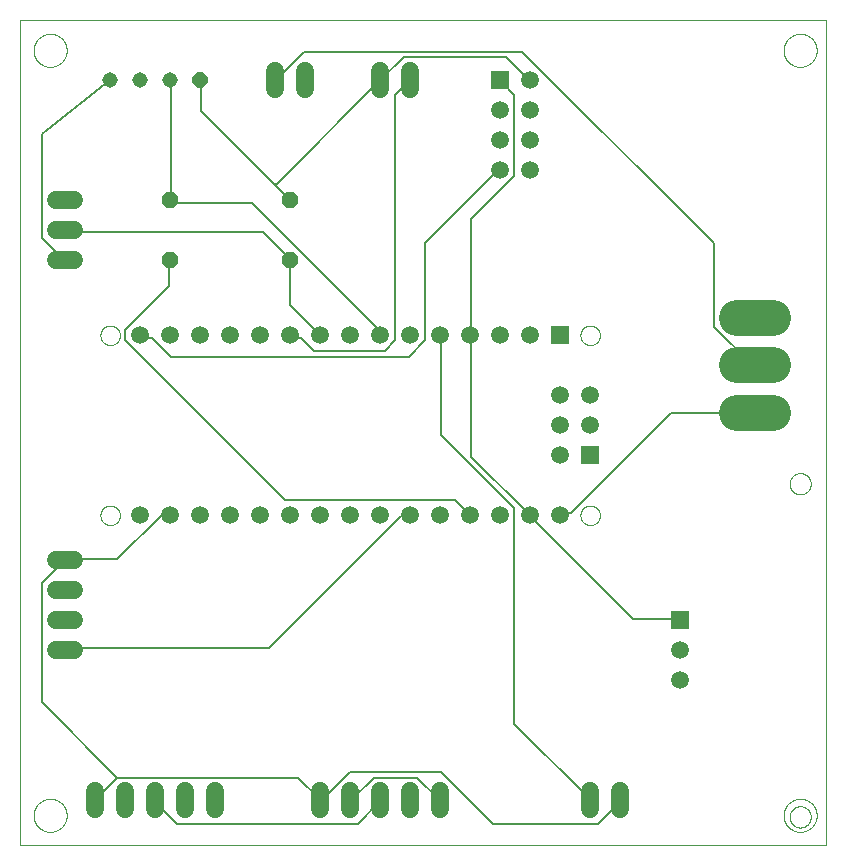
<source format=gtl>
G75*
%MOIN*%
%OFA0B0*%
%FSLAX25Y25*%
%IPPOS*%
%LPD*%
%AMOC8*
5,1,8,0,0,1.08239X$1,22.5*
%
%ADD10C,0.00000*%
%ADD11C,0.06000*%
%ADD12R,0.05937X0.05937*%
%ADD13C,0.05937*%
%ADD14OC8,0.05200*%
%ADD15OC8,0.05150*%
%ADD16C,0.05150*%
%ADD17C,0.11850*%
%ADD18C,0.00600*%
D10*
X0001000Y0001500D02*
X0001000Y0276461D01*
X0269701Y0276461D01*
X0269701Y0001500D01*
X0001000Y0001500D01*
X0005488Y0011500D02*
X0005490Y0011648D01*
X0005496Y0011796D01*
X0005506Y0011944D01*
X0005520Y0012091D01*
X0005538Y0012238D01*
X0005559Y0012384D01*
X0005585Y0012530D01*
X0005615Y0012675D01*
X0005648Y0012819D01*
X0005686Y0012962D01*
X0005727Y0013104D01*
X0005772Y0013245D01*
X0005820Y0013385D01*
X0005873Y0013524D01*
X0005929Y0013661D01*
X0005989Y0013796D01*
X0006052Y0013930D01*
X0006119Y0014062D01*
X0006190Y0014192D01*
X0006264Y0014320D01*
X0006341Y0014446D01*
X0006422Y0014570D01*
X0006506Y0014692D01*
X0006593Y0014811D01*
X0006684Y0014928D01*
X0006778Y0015043D01*
X0006874Y0015155D01*
X0006974Y0015265D01*
X0007076Y0015371D01*
X0007182Y0015475D01*
X0007290Y0015576D01*
X0007401Y0015674D01*
X0007514Y0015770D01*
X0007630Y0015862D01*
X0007748Y0015951D01*
X0007869Y0016036D01*
X0007992Y0016119D01*
X0008117Y0016198D01*
X0008244Y0016274D01*
X0008373Y0016346D01*
X0008504Y0016415D01*
X0008637Y0016480D01*
X0008772Y0016541D01*
X0008908Y0016599D01*
X0009045Y0016654D01*
X0009184Y0016704D01*
X0009325Y0016751D01*
X0009466Y0016794D01*
X0009609Y0016834D01*
X0009753Y0016869D01*
X0009897Y0016901D01*
X0010043Y0016928D01*
X0010189Y0016952D01*
X0010336Y0016972D01*
X0010483Y0016988D01*
X0010630Y0017000D01*
X0010778Y0017008D01*
X0010926Y0017012D01*
X0011074Y0017012D01*
X0011222Y0017008D01*
X0011370Y0017000D01*
X0011517Y0016988D01*
X0011664Y0016972D01*
X0011811Y0016952D01*
X0011957Y0016928D01*
X0012103Y0016901D01*
X0012247Y0016869D01*
X0012391Y0016834D01*
X0012534Y0016794D01*
X0012675Y0016751D01*
X0012816Y0016704D01*
X0012955Y0016654D01*
X0013092Y0016599D01*
X0013228Y0016541D01*
X0013363Y0016480D01*
X0013496Y0016415D01*
X0013627Y0016346D01*
X0013756Y0016274D01*
X0013883Y0016198D01*
X0014008Y0016119D01*
X0014131Y0016036D01*
X0014252Y0015951D01*
X0014370Y0015862D01*
X0014486Y0015770D01*
X0014599Y0015674D01*
X0014710Y0015576D01*
X0014818Y0015475D01*
X0014924Y0015371D01*
X0015026Y0015265D01*
X0015126Y0015155D01*
X0015222Y0015043D01*
X0015316Y0014928D01*
X0015407Y0014811D01*
X0015494Y0014692D01*
X0015578Y0014570D01*
X0015659Y0014446D01*
X0015736Y0014320D01*
X0015810Y0014192D01*
X0015881Y0014062D01*
X0015948Y0013930D01*
X0016011Y0013796D01*
X0016071Y0013661D01*
X0016127Y0013524D01*
X0016180Y0013385D01*
X0016228Y0013245D01*
X0016273Y0013104D01*
X0016314Y0012962D01*
X0016352Y0012819D01*
X0016385Y0012675D01*
X0016415Y0012530D01*
X0016441Y0012384D01*
X0016462Y0012238D01*
X0016480Y0012091D01*
X0016494Y0011944D01*
X0016504Y0011796D01*
X0016510Y0011648D01*
X0016512Y0011500D01*
X0016510Y0011352D01*
X0016504Y0011204D01*
X0016494Y0011056D01*
X0016480Y0010909D01*
X0016462Y0010762D01*
X0016441Y0010616D01*
X0016415Y0010470D01*
X0016385Y0010325D01*
X0016352Y0010181D01*
X0016314Y0010038D01*
X0016273Y0009896D01*
X0016228Y0009755D01*
X0016180Y0009615D01*
X0016127Y0009476D01*
X0016071Y0009339D01*
X0016011Y0009204D01*
X0015948Y0009070D01*
X0015881Y0008938D01*
X0015810Y0008808D01*
X0015736Y0008680D01*
X0015659Y0008554D01*
X0015578Y0008430D01*
X0015494Y0008308D01*
X0015407Y0008189D01*
X0015316Y0008072D01*
X0015222Y0007957D01*
X0015126Y0007845D01*
X0015026Y0007735D01*
X0014924Y0007629D01*
X0014818Y0007525D01*
X0014710Y0007424D01*
X0014599Y0007326D01*
X0014486Y0007230D01*
X0014370Y0007138D01*
X0014252Y0007049D01*
X0014131Y0006964D01*
X0014008Y0006881D01*
X0013883Y0006802D01*
X0013756Y0006726D01*
X0013627Y0006654D01*
X0013496Y0006585D01*
X0013363Y0006520D01*
X0013228Y0006459D01*
X0013092Y0006401D01*
X0012955Y0006346D01*
X0012816Y0006296D01*
X0012675Y0006249D01*
X0012534Y0006206D01*
X0012391Y0006166D01*
X0012247Y0006131D01*
X0012103Y0006099D01*
X0011957Y0006072D01*
X0011811Y0006048D01*
X0011664Y0006028D01*
X0011517Y0006012D01*
X0011370Y0006000D01*
X0011222Y0005992D01*
X0011074Y0005988D01*
X0010926Y0005988D01*
X0010778Y0005992D01*
X0010630Y0006000D01*
X0010483Y0006012D01*
X0010336Y0006028D01*
X0010189Y0006048D01*
X0010043Y0006072D01*
X0009897Y0006099D01*
X0009753Y0006131D01*
X0009609Y0006166D01*
X0009466Y0006206D01*
X0009325Y0006249D01*
X0009184Y0006296D01*
X0009045Y0006346D01*
X0008908Y0006401D01*
X0008772Y0006459D01*
X0008637Y0006520D01*
X0008504Y0006585D01*
X0008373Y0006654D01*
X0008244Y0006726D01*
X0008117Y0006802D01*
X0007992Y0006881D01*
X0007869Y0006964D01*
X0007748Y0007049D01*
X0007630Y0007138D01*
X0007514Y0007230D01*
X0007401Y0007326D01*
X0007290Y0007424D01*
X0007182Y0007525D01*
X0007076Y0007629D01*
X0006974Y0007735D01*
X0006874Y0007845D01*
X0006778Y0007957D01*
X0006684Y0008072D01*
X0006593Y0008189D01*
X0006506Y0008308D01*
X0006422Y0008430D01*
X0006341Y0008554D01*
X0006264Y0008680D01*
X0006190Y0008808D01*
X0006119Y0008938D01*
X0006052Y0009070D01*
X0005989Y0009204D01*
X0005929Y0009339D01*
X0005873Y0009476D01*
X0005820Y0009615D01*
X0005772Y0009755D01*
X0005727Y0009896D01*
X0005686Y0010038D01*
X0005648Y0010181D01*
X0005615Y0010325D01*
X0005585Y0010470D01*
X0005559Y0010616D01*
X0005538Y0010762D01*
X0005520Y0010909D01*
X0005506Y0011056D01*
X0005496Y0011204D01*
X0005490Y0011352D01*
X0005488Y0011500D01*
X0027750Y0111500D02*
X0027752Y0111613D01*
X0027758Y0111727D01*
X0027768Y0111840D01*
X0027782Y0111952D01*
X0027799Y0112064D01*
X0027821Y0112176D01*
X0027847Y0112286D01*
X0027876Y0112396D01*
X0027909Y0112504D01*
X0027946Y0112612D01*
X0027987Y0112717D01*
X0028031Y0112822D01*
X0028079Y0112925D01*
X0028130Y0113026D01*
X0028185Y0113125D01*
X0028244Y0113222D01*
X0028306Y0113317D01*
X0028371Y0113410D01*
X0028439Y0113501D01*
X0028510Y0113589D01*
X0028585Y0113675D01*
X0028662Y0113758D01*
X0028742Y0113838D01*
X0028825Y0113915D01*
X0028911Y0113990D01*
X0028999Y0114061D01*
X0029090Y0114129D01*
X0029183Y0114194D01*
X0029278Y0114256D01*
X0029375Y0114315D01*
X0029474Y0114370D01*
X0029575Y0114421D01*
X0029678Y0114469D01*
X0029783Y0114513D01*
X0029888Y0114554D01*
X0029996Y0114591D01*
X0030104Y0114624D01*
X0030214Y0114653D01*
X0030324Y0114679D01*
X0030436Y0114701D01*
X0030548Y0114718D01*
X0030660Y0114732D01*
X0030773Y0114742D01*
X0030887Y0114748D01*
X0031000Y0114750D01*
X0031113Y0114748D01*
X0031227Y0114742D01*
X0031340Y0114732D01*
X0031452Y0114718D01*
X0031564Y0114701D01*
X0031676Y0114679D01*
X0031786Y0114653D01*
X0031896Y0114624D01*
X0032004Y0114591D01*
X0032112Y0114554D01*
X0032217Y0114513D01*
X0032322Y0114469D01*
X0032425Y0114421D01*
X0032526Y0114370D01*
X0032625Y0114315D01*
X0032722Y0114256D01*
X0032817Y0114194D01*
X0032910Y0114129D01*
X0033001Y0114061D01*
X0033089Y0113990D01*
X0033175Y0113915D01*
X0033258Y0113838D01*
X0033338Y0113758D01*
X0033415Y0113675D01*
X0033490Y0113589D01*
X0033561Y0113501D01*
X0033629Y0113410D01*
X0033694Y0113317D01*
X0033756Y0113222D01*
X0033815Y0113125D01*
X0033870Y0113026D01*
X0033921Y0112925D01*
X0033969Y0112822D01*
X0034013Y0112717D01*
X0034054Y0112612D01*
X0034091Y0112504D01*
X0034124Y0112396D01*
X0034153Y0112286D01*
X0034179Y0112176D01*
X0034201Y0112064D01*
X0034218Y0111952D01*
X0034232Y0111840D01*
X0034242Y0111727D01*
X0034248Y0111613D01*
X0034250Y0111500D01*
X0034248Y0111387D01*
X0034242Y0111273D01*
X0034232Y0111160D01*
X0034218Y0111048D01*
X0034201Y0110936D01*
X0034179Y0110824D01*
X0034153Y0110714D01*
X0034124Y0110604D01*
X0034091Y0110496D01*
X0034054Y0110388D01*
X0034013Y0110283D01*
X0033969Y0110178D01*
X0033921Y0110075D01*
X0033870Y0109974D01*
X0033815Y0109875D01*
X0033756Y0109778D01*
X0033694Y0109683D01*
X0033629Y0109590D01*
X0033561Y0109499D01*
X0033490Y0109411D01*
X0033415Y0109325D01*
X0033338Y0109242D01*
X0033258Y0109162D01*
X0033175Y0109085D01*
X0033089Y0109010D01*
X0033001Y0108939D01*
X0032910Y0108871D01*
X0032817Y0108806D01*
X0032722Y0108744D01*
X0032625Y0108685D01*
X0032526Y0108630D01*
X0032425Y0108579D01*
X0032322Y0108531D01*
X0032217Y0108487D01*
X0032112Y0108446D01*
X0032004Y0108409D01*
X0031896Y0108376D01*
X0031786Y0108347D01*
X0031676Y0108321D01*
X0031564Y0108299D01*
X0031452Y0108282D01*
X0031340Y0108268D01*
X0031227Y0108258D01*
X0031113Y0108252D01*
X0031000Y0108250D01*
X0030887Y0108252D01*
X0030773Y0108258D01*
X0030660Y0108268D01*
X0030548Y0108282D01*
X0030436Y0108299D01*
X0030324Y0108321D01*
X0030214Y0108347D01*
X0030104Y0108376D01*
X0029996Y0108409D01*
X0029888Y0108446D01*
X0029783Y0108487D01*
X0029678Y0108531D01*
X0029575Y0108579D01*
X0029474Y0108630D01*
X0029375Y0108685D01*
X0029278Y0108744D01*
X0029183Y0108806D01*
X0029090Y0108871D01*
X0028999Y0108939D01*
X0028911Y0109010D01*
X0028825Y0109085D01*
X0028742Y0109162D01*
X0028662Y0109242D01*
X0028585Y0109325D01*
X0028510Y0109411D01*
X0028439Y0109499D01*
X0028371Y0109590D01*
X0028306Y0109683D01*
X0028244Y0109778D01*
X0028185Y0109875D01*
X0028130Y0109974D01*
X0028079Y0110075D01*
X0028031Y0110178D01*
X0027987Y0110283D01*
X0027946Y0110388D01*
X0027909Y0110496D01*
X0027876Y0110604D01*
X0027847Y0110714D01*
X0027821Y0110824D01*
X0027799Y0110936D01*
X0027782Y0111048D01*
X0027768Y0111160D01*
X0027758Y0111273D01*
X0027752Y0111387D01*
X0027750Y0111500D01*
X0027750Y0171500D02*
X0027752Y0171613D01*
X0027758Y0171727D01*
X0027768Y0171840D01*
X0027782Y0171952D01*
X0027799Y0172064D01*
X0027821Y0172176D01*
X0027847Y0172286D01*
X0027876Y0172396D01*
X0027909Y0172504D01*
X0027946Y0172612D01*
X0027987Y0172717D01*
X0028031Y0172822D01*
X0028079Y0172925D01*
X0028130Y0173026D01*
X0028185Y0173125D01*
X0028244Y0173222D01*
X0028306Y0173317D01*
X0028371Y0173410D01*
X0028439Y0173501D01*
X0028510Y0173589D01*
X0028585Y0173675D01*
X0028662Y0173758D01*
X0028742Y0173838D01*
X0028825Y0173915D01*
X0028911Y0173990D01*
X0028999Y0174061D01*
X0029090Y0174129D01*
X0029183Y0174194D01*
X0029278Y0174256D01*
X0029375Y0174315D01*
X0029474Y0174370D01*
X0029575Y0174421D01*
X0029678Y0174469D01*
X0029783Y0174513D01*
X0029888Y0174554D01*
X0029996Y0174591D01*
X0030104Y0174624D01*
X0030214Y0174653D01*
X0030324Y0174679D01*
X0030436Y0174701D01*
X0030548Y0174718D01*
X0030660Y0174732D01*
X0030773Y0174742D01*
X0030887Y0174748D01*
X0031000Y0174750D01*
X0031113Y0174748D01*
X0031227Y0174742D01*
X0031340Y0174732D01*
X0031452Y0174718D01*
X0031564Y0174701D01*
X0031676Y0174679D01*
X0031786Y0174653D01*
X0031896Y0174624D01*
X0032004Y0174591D01*
X0032112Y0174554D01*
X0032217Y0174513D01*
X0032322Y0174469D01*
X0032425Y0174421D01*
X0032526Y0174370D01*
X0032625Y0174315D01*
X0032722Y0174256D01*
X0032817Y0174194D01*
X0032910Y0174129D01*
X0033001Y0174061D01*
X0033089Y0173990D01*
X0033175Y0173915D01*
X0033258Y0173838D01*
X0033338Y0173758D01*
X0033415Y0173675D01*
X0033490Y0173589D01*
X0033561Y0173501D01*
X0033629Y0173410D01*
X0033694Y0173317D01*
X0033756Y0173222D01*
X0033815Y0173125D01*
X0033870Y0173026D01*
X0033921Y0172925D01*
X0033969Y0172822D01*
X0034013Y0172717D01*
X0034054Y0172612D01*
X0034091Y0172504D01*
X0034124Y0172396D01*
X0034153Y0172286D01*
X0034179Y0172176D01*
X0034201Y0172064D01*
X0034218Y0171952D01*
X0034232Y0171840D01*
X0034242Y0171727D01*
X0034248Y0171613D01*
X0034250Y0171500D01*
X0034248Y0171387D01*
X0034242Y0171273D01*
X0034232Y0171160D01*
X0034218Y0171048D01*
X0034201Y0170936D01*
X0034179Y0170824D01*
X0034153Y0170714D01*
X0034124Y0170604D01*
X0034091Y0170496D01*
X0034054Y0170388D01*
X0034013Y0170283D01*
X0033969Y0170178D01*
X0033921Y0170075D01*
X0033870Y0169974D01*
X0033815Y0169875D01*
X0033756Y0169778D01*
X0033694Y0169683D01*
X0033629Y0169590D01*
X0033561Y0169499D01*
X0033490Y0169411D01*
X0033415Y0169325D01*
X0033338Y0169242D01*
X0033258Y0169162D01*
X0033175Y0169085D01*
X0033089Y0169010D01*
X0033001Y0168939D01*
X0032910Y0168871D01*
X0032817Y0168806D01*
X0032722Y0168744D01*
X0032625Y0168685D01*
X0032526Y0168630D01*
X0032425Y0168579D01*
X0032322Y0168531D01*
X0032217Y0168487D01*
X0032112Y0168446D01*
X0032004Y0168409D01*
X0031896Y0168376D01*
X0031786Y0168347D01*
X0031676Y0168321D01*
X0031564Y0168299D01*
X0031452Y0168282D01*
X0031340Y0168268D01*
X0031227Y0168258D01*
X0031113Y0168252D01*
X0031000Y0168250D01*
X0030887Y0168252D01*
X0030773Y0168258D01*
X0030660Y0168268D01*
X0030548Y0168282D01*
X0030436Y0168299D01*
X0030324Y0168321D01*
X0030214Y0168347D01*
X0030104Y0168376D01*
X0029996Y0168409D01*
X0029888Y0168446D01*
X0029783Y0168487D01*
X0029678Y0168531D01*
X0029575Y0168579D01*
X0029474Y0168630D01*
X0029375Y0168685D01*
X0029278Y0168744D01*
X0029183Y0168806D01*
X0029090Y0168871D01*
X0028999Y0168939D01*
X0028911Y0169010D01*
X0028825Y0169085D01*
X0028742Y0169162D01*
X0028662Y0169242D01*
X0028585Y0169325D01*
X0028510Y0169411D01*
X0028439Y0169499D01*
X0028371Y0169590D01*
X0028306Y0169683D01*
X0028244Y0169778D01*
X0028185Y0169875D01*
X0028130Y0169974D01*
X0028079Y0170075D01*
X0028031Y0170178D01*
X0027987Y0170283D01*
X0027946Y0170388D01*
X0027909Y0170496D01*
X0027876Y0170604D01*
X0027847Y0170714D01*
X0027821Y0170824D01*
X0027799Y0170936D01*
X0027782Y0171048D01*
X0027768Y0171160D01*
X0027758Y0171273D01*
X0027752Y0171387D01*
X0027750Y0171500D01*
X0005488Y0266500D02*
X0005490Y0266648D01*
X0005496Y0266796D01*
X0005506Y0266944D01*
X0005520Y0267091D01*
X0005538Y0267238D01*
X0005559Y0267384D01*
X0005585Y0267530D01*
X0005615Y0267675D01*
X0005648Y0267819D01*
X0005686Y0267962D01*
X0005727Y0268104D01*
X0005772Y0268245D01*
X0005820Y0268385D01*
X0005873Y0268524D01*
X0005929Y0268661D01*
X0005989Y0268796D01*
X0006052Y0268930D01*
X0006119Y0269062D01*
X0006190Y0269192D01*
X0006264Y0269320D01*
X0006341Y0269446D01*
X0006422Y0269570D01*
X0006506Y0269692D01*
X0006593Y0269811D01*
X0006684Y0269928D01*
X0006778Y0270043D01*
X0006874Y0270155D01*
X0006974Y0270265D01*
X0007076Y0270371D01*
X0007182Y0270475D01*
X0007290Y0270576D01*
X0007401Y0270674D01*
X0007514Y0270770D01*
X0007630Y0270862D01*
X0007748Y0270951D01*
X0007869Y0271036D01*
X0007992Y0271119D01*
X0008117Y0271198D01*
X0008244Y0271274D01*
X0008373Y0271346D01*
X0008504Y0271415D01*
X0008637Y0271480D01*
X0008772Y0271541D01*
X0008908Y0271599D01*
X0009045Y0271654D01*
X0009184Y0271704D01*
X0009325Y0271751D01*
X0009466Y0271794D01*
X0009609Y0271834D01*
X0009753Y0271869D01*
X0009897Y0271901D01*
X0010043Y0271928D01*
X0010189Y0271952D01*
X0010336Y0271972D01*
X0010483Y0271988D01*
X0010630Y0272000D01*
X0010778Y0272008D01*
X0010926Y0272012D01*
X0011074Y0272012D01*
X0011222Y0272008D01*
X0011370Y0272000D01*
X0011517Y0271988D01*
X0011664Y0271972D01*
X0011811Y0271952D01*
X0011957Y0271928D01*
X0012103Y0271901D01*
X0012247Y0271869D01*
X0012391Y0271834D01*
X0012534Y0271794D01*
X0012675Y0271751D01*
X0012816Y0271704D01*
X0012955Y0271654D01*
X0013092Y0271599D01*
X0013228Y0271541D01*
X0013363Y0271480D01*
X0013496Y0271415D01*
X0013627Y0271346D01*
X0013756Y0271274D01*
X0013883Y0271198D01*
X0014008Y0271119D01*
X0014131Y0271036D01*
X0014252Y0270951D01*
X0014370Y0270862D01*
X0014486Y0270770D01*
X0014599Y0270674D01*
X0014710Y0270576D01*
X0014818Y0270475D01*
X0014924Y0270371D01*
X0015026Y0270265D01*
X0015126Y0270155D01*
X0015222Y0270043D01*
X0015316Y0269928D01*
X0015407Y0269811D01*
X0015494Y0269692D01*
X0015578Y0269570D01*
X0015659Y0269446D01*
X0015736Y0269320D01*
X0015810Y0269192D01*
X0015881Y0269062D01*
X0015948Y0268930D01*
X0016011Y0268796D01*
X0016071Y0268661D01*
X0016127Y0268524D01*
X0016180Y0268385D01*
X0016228Y0268245D01*
X0016273Y0268104D01*
X0016314Y0267962D01*
X0016352Y0267819D01*
X0016385Y0267675D01*
X0016415Y0267530D01*
X0016441Y0267384D01*
X0016462Y0267238D01*
X0016480Y0267091D01*
X0016494Y0266944D01*
X0016504Y0266796D01*
X0016510Y0266648D01*
X0016512Y0266500D01*
X0016510Y0266352D01*
X0016504Y0266204D01*
X0016494Y0266056D01*
X0016480Y0265909D01*
X0016462Y0265762D01*
X0016441Y0265616D01*
X0016415Y0265470D01*
X0016385Y0265325D01*
X0016352Y0265181D01*
X0016314Y0265038D01*
X0016273Y0264896D01*
X0016228Y0264755D01*
X0016180Y0264615D01*
X0016127Y0264476D01*
X0016071Y0264339D01*
X0016011Y0264204D01*
X0015948Y0264070D01*
X0015881Y0263938D01*
X0015810Y0263808D01*
X0015736Y0263680D01*
X0015659Y0263554D01*
X0015578Y0263430D01*
X0015494Y0263308D01*
X0015407Y0263189D01*
X0015316Y0263072D01*
X0015222Y0262957D01*
X0015126Y0262845D01*
X0015026Y0262735D01*
X0014924Y0262629D01*
X0014818Y0262525D01*
X0014710Y0262424D01*
X0014599Y0262326D01*
X0014486Y0262230D01*
X0014370Y0262138D01*
X0014252Y0262049D01*
X0014131Y0261964D01*
X0014008Y0261881D01*
X0013883Y0261802D01*
X0013756Y0261726D01*
X0013627Y0261654D01*
X0013496Y0261585D01*
X0013363Y0261520D01*
X0013228Y0261459D01*
X0013092Y0261401D01*
X0012955Y0261346D01*
X0012816Y0261296D01*
X0012675Y0261249D01*
X0012534Y0261206D01*
X0012391Y0261166D01*
X0012247Y0261131D01*
X0012103Y0261099D01*
X0011957Y0261072D01*
X0011811Y0261048D01*
X0011664Y0261028D01*
X0011517Y0261012D01*
X0011370Y0261000D01*
X0011222Y0260992D01*
X0011074Y0260988D01*
X0010926Y0260988D01*
X0010778Y0260992D01*
X0010630Y0261000D01*
X0010483Y0261012D01*
X0010336Y0261028D01*
X0010189Y0261048D01*
X0010043Y0261072D01*
X0009897Y0261099D01*
X0009753Y0261131D01*
X0009609Y0261166D01*
X0009466Y0261206D01*
X0009325Y0261249D01*
X0009184Y0261296D01*
X0009045Y0261346D01*
X0008908Y0261401D01*
X0008772Y0261459D01*
X0008637Y0261520D01*
X0008504Y0261585D01*
X0008373Y0261654D01*
X0008244Y0261726D01*
X0008117Y0261802D01*
X0007992Y0261881D01*
X0007869Y0261964D01*
X0007748Y0262049D01*
X0007630Y0262138D01*
X0007514Y0262230D01*
X0007401Y0262326D01*
X0007290Y0262424D01*
X0007182Y0262525D01*
X0007076Y0262629D01*
X0006974Y0262735D01*
X0006874Y0262845D01*
X0006778Y0262957D01*
X0006684Y0263072D01*
X0006593Y0263189D01*
X0006506Y0263308D01*
X0006422Y0263430D01*
X0006341Y0263554D01*
X0006264Y0263680D01*
X0006190Y0263808D01*
X0006119Y0263938D01*
X0006052Y0264070D01*
X0005989Y0264204D01*
X0005929Y0264339D01*
X0005873Y0264476D01*
X0005820Y0264615D01*
X0005772Y0264755D01*
X0005727Y0264896D01*
X0005686Y0265038D01*
X0005648Y0265181D01*
X0005615Y0265325D01*
X0005585Y0265470D01*
X0005559Y0265616D01*
X0005538Y0265762D01*
X0005520Y0265909D01*
X0005506Y0266056D01*
X0005496Y0266204D01*
X0005490Y0266352D01*
X0005488Y0266500D01*
X0187750Y0171500D02*
X0187752Y0171613D01*
X0187758Y0171727D01*
X0187768Y0171840D01*
X0187782Y0171952D01*
X0187799Y0172064D01*
X0187821Y0172176D01*
X0187847Y0172286D01*
X0187876Y0172396D01*
X0187909Y0172504D01*
X0187946Y0172612D01*
X0187987Y0172717D01*
X0188031Y0172822D01*
X0188079Y0172925D01*
X0188130Y0173026D01*
X0188185Y0173125D01*
X0188244Y0173222D01*
X0188306Y0173317D01*
X0188371Y0173410D01*
X0188439Y0173501D01*
X0188510Y0173589D01*
X0188585Y0173675D01*
X0188662Y0173758D01*
X0188742Y0173838D01*
X0188825Y0173915D01*
X0188911Y0173990D01*
X0188999Y0174061D01*
X0189090Y0174129D01*
X0189183Y0174194D01*
X0189278Y0174256D01*
X0189375Y0174315D01*
X0189474Y0174370D01*
X0189575Y0174421D01*
X0189678Y0174469D01*
X0189783Y0174513D01*
X0189888Y0174554D01*
X0189996Y0174591D01*
X0190104Y0174624D01*
X0190214Y0174653D01*
X0190324Y0174679D01*
X0190436Y0174701D01*
X0190548Y0174718D01*
X0190660Y0174732D01*
X0190773Y0174742D01*
X0190887Y0174748D01*
X0191000Y0174750D01*
X0191113Y0174748D01*
X0191227Y0174742D01*
X0191340Y0174732D01*
X0191452Y0174718D01*
X0191564Y0174701D01*
X0191676Y0174679D01*
X0191786Y0174653D01*
X0191896Y0174624D01*
X0192004Y0174591D01*
X0192112Y0174554D01*
X0192217Y0174513D01*
X0192322Y0174469D01*
X0192425Y0174421D01*
X0192526Y0174370D01*
X0192625Y0174315D01*
X0192722Y0174256D01*
X0192817Y0174194D01*
X0192910Y0174129D01*
X0193001Y0174061D01*
X0193089Y0173990D01*
X0193175Y0173915D01*
X0193258Y0173838D01*
X0193338Y0173758D01*
X0193415Y0173675D01*
X0193490Y0173589D01*
X0193561Y0173501D01*
X0193629Y0173410D01*
X0193694Y0173317D01*
X0193756Y0173222D01*
X0193815Y0173125D01*
X0193870Y0173026D01*
X0193921Y0172925D01*
X0193969Y0172822D01*
X0194013Y0172717D01*
X0194054Y0172612D01*
X0194091Y0172504D01*
X0194124Y0172396D01*
X0194153Y0172286D01*
X0194179Y0172176D01*
X0194201Y0172064D01*
X0194218Y0171952D01*
X0194232Y0171840D01*
X0194242Y0171727D01*
X0194248Y0171613D01*
X0194250Y0171500D01*
X0194248Y0171387D01*
X0194242Y0171273D01*
X0194232Y0171160D01*
X0194218Y0171048D01*
X0194201Y0170936D01*
X0194179Y0170824D01*
X0194153Y0170714D01*
X0194124Y0170604D01*
X0194091Y0170496D01*
X0194054Y0170388D01*
X0194013Y0170283D01*
X0193969Y0170178D01*
X0193921Y0170075D01*
X0193870Y0169974D01*
X0193815Y0169875D01*
X0193756Y0169778D01*
X0193694Y0169683D01*
X0193629Y0169590D01*
X0193561Y0169499D01*
X0193490Y0169411D01*
X0193415Y0169325D01*
X0193338Y0169242D01*
X0193258Y0169162D01*
X0193175Y0169085D01*
X0193089Y0169010D01*
X0193001Y0168939D01*
X0192910Y0168871D01*
X0192817Y0168806D01*
X0192722Y0168744D01*
X0192625Y0168685D01*
X0192526Y0168630D01*
X0192425Y0168579D01*
X0192322Y0168531D01*
X0192217Y0168487D01*
X0192112Y0168446D01*
X0192004Y0168409D01*
X0191896Y0168376D01*
X0191786Y0168347D01*
X0191676Y0168321D01*
X0191564Y0168299D01*
X0191452Y0168282D01*
X0191340Y0168268D01*
X0191227Y0168258D01*
X0191113Y0168252D01*
X0191000Y0168250D01*
X0190887Y0168252D01*
X0190773Y0168258D01*
X0190660Y0168268D01*
X0190548Y0168282D01*
X0190436Y0168299D01*
X0190324Y0168321D01*
X0190214Y0168347D01*
X0190104Y0168376D01*
X0189996Y0168409D01*
X0189888Y0168446D01*
X0189783Y0168487D01*
X0189678Y0168531D01*
X0189575Y0168579D01*
X0189474Y0168630D01*
X0189375Y0168685D01*
X0189278Y0168744D01*
X0189183Y0168806D01*
X0189090Y0168871D01*
X0188999Y0168939D01*
X0188911Y0169010D01*
X0188825Y0169085D01*
X0188742Y0169162D01*
X0188662Y0169242D01*
X0188585Y0169325D01*
X0188510Y0169411D01*
X0188439Y0169499D01*
X0188371Y0169590D01*
X0188306Y0169683D01*
X0188244Y0169778D01*
X0188185Y0169875D01*
X0188130Y0169974D01*
X0188079Y0170075D01*
X0188031Y0170178D01*
X0187987Y0170283D01*
X0187946Y0170388D01*
X0187909Y0170496D01*
X0187876Y0170604D01*
X0187847Y0170714D01*
X0187821Y0170824D01*
X0187799Y0170936D01*
X0187782Y0171048D01*
X0187768Y0171160D01*
X0187758Y0171273D01*
X0187752Y0171387D01*
X0187750Y0171500D01*
X0187750Y0111500D02*
X0187752Y0111613D01*
X0187758Y0111727D01*
X0187768Y0111840D01*
X0187782Y0111952D01*
X0187799Y0112064D01*
X0187821Y0112176D01*
X0187847Y0112286D01*
X0187876Y0112396D01*
X0187909Y0112504D01*
X0187946Y0112612D01*
X0187987Y0112717D01*
X0188031Y0112822D01*
X0188079Y0112925D01*
X0188130Y0113026D01*
X0188185Y0113125D01*
X0188244Y0113222D01*
X0188306Y0113317D01*
X0188371Y0113410D01*
X0188439Y0113501D01*
X0188510Y0113589D01*
X0188585Y0113675D01*
X0188662Y0113758D01*
X0188742Y0113838D01*
X0188825Y0113915D01*
X0188911Y0113990D01*
X0188999Y0114061D01*
X0189090Y0114129D01*
X0189183Y0114194D01*
X0189278Y0114256D01*
X0189375Y0114315D01*
X0189474Y0114370D01*
X0189575Y0114421D01*
X0189678Y0114469D01*
X0189783Y0114513D01*
X0189888Y0114554D01*
X0189996Y0114591D01*
X0190104Y0114624D01*
X0190214Y0114653D01*
X0190324Y0114679D01*
X0190436Y0114701D01*
X0190548Y0114718D01*
X0190660Y0114732D01*
X0190773Y0114742D01*
X0190887Y0114748D01*
X0191000Y0114750D01*
X0191113Y0114748D01*
X0191227Y0114742D01*
X0191340Y0114732D01*
X0191452Y0114718D01*
X0191564Y0114701D01*
X0191676Y0114679D01*
X0191786Y0114653D01*
X0191896Y0114624D01*
X0192004Y0114591D01*
X0192112Y0114554D01*
X0192217Y0114513D01*
X0192322Y0114469D01*
X0192425Y0114421D01*
X0192526Y0114370D01*
X0192625Y0114315D01*
X0192722Y0114256D01*
X0192817Y0114194D01*
X0192910Y0114129D01*
X0193001Y0114061D01*
X0193089Y0113990D01*
X0193175Y0113915D01*
X0193258Y0113838D01*
X0193338Y0113758D01*
X0193415Y0113675D01*
X0193490Y0113589D01*
X0193561Y0113501D01*
X0193629Y0113410D01*
X0193694Y0113317D01*
X0193756Y0113222D01*
X0193815Y0113125D01*
X0193870Y0113026D01*
X0193921Y0112925D01*
X0193969Y0112822D01*
X0194013Y0112717D01*
X0194054Y0112612D01*
X0194091Y0112504D01*
X0194124Y0112396D01*
X0194153Y0112286D01*
X0194179Y0112176D01*
X0194201Y0112064D01*
X0194218Y0111952D01*
X0194232Y0111840D01*
X0194242Y0111727D01*
X0194248Y0111613D01*
X0194250Y0111500D01*
X0194248Y0111387D01*
X0194242Y0111273D01*
X0194232Y0111160D01*
X0194218Y0111048D01*
X0194201Y0110936D01*
X0194179Y0110824D01*
X0194153Y0110714D01*
X0194124Y0110604D01*
X0194091Y0110496D01*
X0194054Y0110388D01*
X0194013Y0110283D01*
X0193969Y0110178D01*
X0193921Y0110075D01*
X0193870Y0109974D01*
X0193815Y0109875D01*
X0193756Y0109778D01*
X0193694Y0109683D01*
X0193629Y0109590D01*
X0193561Y0109499D01*
X0193490Y0109411D01*
X0193415Y0109325D01*
X0193338Y0109242D01*
X0193258Y0109162D01*
X0193175Y0109085D01*
X0193089Y0109010D01*
X0193001Y0108939D01*
X0192910Y0108871D01*
X0192817Y0108806D01*
X0192722Y0108744D01*
X0192625Y0108685D01*
X0192526Y0108630D01*
X0192425Y0108579D01*
X0192322Y0108531D01*
X0192217Y0108487D01*
X0192112Y0108446D01*
X0192004Y0108409D01*
X0191896Y0108376D01*
X0191786Y0108347D01*
X0191676Y0108321D01*
X0191564Y0108299D01*
X0191452Y0108282D01*
X0191340Y0108268D01*
X0191227Y0108258D01*
X0191113Y0108252D01*
X0191000Y0108250D01*
X0190887Y0108252D01*
X0190773Y0108258D01*
X0190660Y0108268D01*
X0190548Y0108282D01*
X0190436Y0108299D01*
X0190324Y0108321D01*
X0190214Y0108347D01*
X0190104Y0108376D01*
X0189996Y0108409D01*
X0189888Y0108446D01*
X0189783Y0108487D01*
X0189678Y0108531D01*
X0189575Y0108579D01*
X0189474Y0108630D01*
X0189375Y0108685D01*
X0189278Y0108744D01*
X0189183Y0108806D01*
X0189090Y0108871D01*
X0188999Y0108939D01*
X0188911Y0109010D01*
X0188825Y0109085D01*
X0188742Y0109162D01*
X0188662Y0109242D01*
X0188585Y0109325D01*
X0188510Y0109411D01*
X0188439Y0109499D01*
X0188371Y0109590D01*
X0188306Y0109683D01*
X0188244Y0109778D01*
X0188185Y0109875D01*
X0188130Y0109974D01*
X0188079Y0110075D01*
X0188031Y0110178D01*
X0187987Y0110283D01*
X0187946Y0110388D01*
X0187909Y0110496D01*
X0187876Y0110604D01*
X0187847Y0110714D01*
X0187821Y0110824D01*
X0187799Y0110936D01*
X0187782Y0111048D01*
X0187768Y0111160D01*
X0187758Y0111273D01*
X0187752Y0111387D01*
X0187750Y0111500D01*
X0257457Y0122012D02*
X0257459Y0122130D01*
X0257465Y0122249D01*
X0257475Y0122367D01*
X0257489Y0122484D01*
X0257506Y0122601D01*
X0257528Y0122718D01*
X0257554Y0122833D01*
X0257583Y0122948D01*
X0257616Y0123062D01*
X0257653Y0123174D01*
X0257694Y0123285D01*
X0257738Y0123395D01*
X0257786Y0123503D01*
X0257838Y0123610D01*
X0257893Y0123715D01*
X0257952Y0123818D01*
X0258014Y0123918D01*
X0258079Y0124017D01*
X0258148Y0124114D01*
X0258219Y0124208D01*
X0258294Y0124299D01*
X0258372Y0124389D01*
X0258453Y0124475D01*
X0258537Y0124559D01*
X0258623Y0124640D01*
X0258713Y0124718D01*
X0258804Y0124793D01*
X0258898Y0124864D01*
X0258995Y0124933D01*
X0259094Y0124998D01*
X0259194Y0125060D01*
X0259297Y0125119D01*
X0259402Y0125174D01*
X0259509Y0125226D01*
X0259617Y0125274D01*
X0259727Y0125318D01*
X0259838Y0125359D01*
X0259950Y0125396D01*
X0260064Y0125429D01*
X0260179Y0125458D01*
X0260294Y0125484D01*
X0260411Y0125506D01*
X0260528Y0125523D01*
X0260645Y0125537D01*
X0260763Y0125547D01*
X0260882Y0125553D01*
X0261000Y0125555D01*
X0261118Y0125553D01*
X0261237Y0125547D01*
X0261355Y0125537D01*
X0261472Y0125523D01*
X0261589Y0125506D01*
X0261706Y0125484D01*
X0261821Y0125458D01*
X0261936Y0125429D01*
X0262050Y0125396D01*
X0262162Y0125359D01*
X0262273Y0125318D01*
X0262383Y0125274D01*
X0262491Y0125226D01*
X0262598Y0125174D01*
X0262703Y0125119D01*
X0262806Y0125060D01*
X0262906Y0124998D01*
X0263005Y0124933D01*
X0263102Y0124864D01*
X0263196Y0124793D01*
X0263287Y0124718D01*
X0263377Y0124640D01*
X0263463Y0124559D01*
X0263547Y0124475D01*
X0263628Y0124389D01*
X0263706Y0124299D01*
X0263781Y0124208D01*
X0263852Y0124114D01*
X0263921Y0124017D01*
X0263986Y0123918D01*
X0264048Y0123818D01*
X0264107Y0123715D01*
X0264162Y0123610D01*
X0264214Y0123503D01*
X0264262Y0123395D01*
X0264306Y0123285D01*
X0264347Y0123174D01*
X0264384Y0123062D01*
X0264417Y0122948D01*
X0264446Y0122833D01*
X0264472Y0122718D01*
X0264494Y0122601D01*
X0264511Y0122484D01*
X0264525Y0122367D01*
X0264535Y0122249D01*
X0264541Y0122130D01*
X0264543Y0122012D01*
X0264541Y0121894D01*
X0264535Y0121775D01*
X0264525Y0121657D01*
X0264511Y0121540D01*
X0264494Y0121423D01*
X0264472Y0121306D01*
X0264446Y0121191D01*
X0264417Y0121076D01*
X0264384Y0120962D01*
X0264347Y0120850D01*
X0264306Y0120739D01*
X0264262Y0120629D01*
X0264214Y0120521D01*
X0264162Y0120414D01*
X0264107Y0120309D01*
X0264048Y0120206D01*
X0263986Y0120106D01*
X0263921Y0120007D01*
X0263852Y0119910D01*
X0263781Y0119816D01*
X0263706Y0119725D01*
X0263628Y0119635D01*
X0263547Y0119549D01*
X0263463Y0119465D01*
X0263377Y0119384D01*
X0263287Y0119306D01*
X0263196Y0119231D01*
X0263102Y0119160D01*
X0263005Y0119091D01*
X0262906Y0119026D01*
X0262806Y0118964D01*
X0262703Y0118905D01*
X0262598Y0118850D01*
X0262491Y0118798D01*
X0262383Y0118750D01*
X0262273Y0118706D01*
X0262162Y0118665D01*
X0262050Y0118628D01*
X0261936Y0118595D01*
X0261821Y0118566D01*
X0261706Y0118540D01*
X0261589Y0118518D01*
X0261472Y0118501D01*
X0261355Y0118487D01*
X0261237Y0118477D01*
X0261118Y0118471D01*
X0261000Y0118469D01*
X0260882Y0118471D01*
X0260763Y0118477D01*
X0260645Y0118487D01*
X0260528Y0118501D01*
X0260411Y0118518D01*
X0260294Y0118540D01*
X0260179Y0118566D01*
X0260064Y0118595D01*
X0259950Y0118628D01*
X0259838Y0118665D01*
X0259727Y0118706D01*
X0259617Y0118750D01*
X0259509Y0118798D01*
X0259402Y0118850D01*
X0259297Y0118905D01*
X0259194Y0118964D01*
X0259094Y0119026D01*
X0258995Y0119091D01*
X0258898Y0119160D01*
X0258804Y0119231D01*
X0258713Y0119306D01*
X0258623Y0119384D01*
X0258537Y0119465D01*
X0258453Y0119549D01*
X0258372Y0119635D01*
X0258294Y0119725D01*
X0258219Y0119816D01*
X0258148Y0119910D01*
X0258079Y0120007D01*
X0258014Y0120106D01*
X0257952Y0120206D01*
X0257893Y0120309D01*
X0257838Y0120414D01*
X0257786Y0120521D01*
X0257738Y0120629D01*
X0257694Y0120739D01*
X0257653Y0120850D01*
X0257616Y0120962D01*
X0257583Y0121076D01*
X0257554Y0121191D01*
X0257528Y0121306D01*
X0257506Y0121423D01*
X0257489Y0121540D01*
X0257475Y0121657D01*
X0257465Y0121775D01*
X0257459Y0121894D01*
X0257457Y0122012D01*
X0255488Y0011500D02*
X0255490Y0011648D01*
X0255496Y0011796D01*
X0255506Y0011944D01*
X0255520Y0012091D01*
X0255538Y0012238D01*
X0255559Y0012384D01*
X0255585Y0012530D01*
X0255615Y0012675D01*
X0255648Y0012819D01*
X0255686Y0012962D01*
X0255727Y0013104D01*
X0255772Y0013245D01*
X0255820Y0013385D01*
X0255873Y0013524D01*
X0255929Y0013661D01*
X0255989Y0013796D01*
X0256052Y0013930D01*
X0256119Y0014062D01*
X0256190Y0014192D01*
X0256264Y0014320D01*
X0256341Y0014446D01*
X0256422Y0014570D01*
X0256506Y0014692D01*
X0256593Y0014811D01*
X0256684Y0014928D01*
X0256778Y0015043D01*
X0256874Y0015155D01*
X0256974Y0015265D01*
X0257076Y0015371D01*
X0257182Y0015475D01*
X0257290Y0015576D01*
X0257401Y0015674D01*
X0257514Y0015770D01*
X0257630Y0015862D01*
X0257748Y0015951D01*
X0257869Y0016036D01*
X0257992Y0016119D01*
X0258117Y0016198D01*
X0258244Y0016274D01*
X0258373Y0016346D01*
X0258504Y0016415D01*
X0258637Y0016480D01*
X0258772Y0016541D01*
X0258908Y0016599D01*
X0259045Y0016654D01*
X0259184Y0016704D01*
X0259325Y0016751D01*
X0259466Y0016794D01*
X0259609Y0016834D01*
X0259753Y0016869D01*
X0259897Y0016901D01*
X0260043Y0016928D01*
X0260189Y0016952D01*
X0260336Y0016972D01*
X0260483Y0016988D01*
X0260630Y0017000D01*
X0260778Y0017008D01*
X0260926Y0017012D01*
X0261074Y0017012D01*
X0261222Y0017008D01*
X0261370Y0017000D01*
X0261517Y0016988D01*
X0261664Y0016972D01*
X0261811Y0016952D01*
X0261957Y0016928D01*
X0262103Y0016901D01*
X0262247Y0016869D01*
X0262391Y0016834D01*
X0262534Y0016794D01*
X0262675Y0016751D01*
X0262816Y0016704D01*
X0262955Y0016654D01*
X0263092Y0016599D01*
X0263228Y0016541D01*
X0263363Y0016480D01*
X0263496Y0016415D01*
X0263627Y0016346D01*
X0263756Y0016274D01*
X0263883Y0016198D01*
X0264008Y0016119D01*
X0264131Y0016036D01*
X0264252Y0015951D01*
X0264370Y0015862D01*
X0264486Y0015770D01*
X0264599Y0015674D01*
X0264710Y0015576D01*
X0264818Y0015475D01*
X0264924Y0015371D01*
X0265026Y0015265D01*
X0265126Y0015155D01*
X0265222Y0015043D01*
X0265316Y0014928D01*
X0265407Y0014811D01*
X0265494Y0014692D01*
X0265578Y0014570D01*
X0265659Y0014446D01*
X0265736Y0014320D01*
X0265810Y0014192D01*
X0265881Y0014062D01*
X0265948Y0013930D01*
X0266011Y0013796D01*
X0266071Y0013661D01*
X0266127Y0013524D01*
X0266180Y0013385D01*
X0266228Y0013245D01*
X0266273Y0013104D01*
X0266314Y0012962D01*
X0266352Y0012819D01*
X0266385Y0012675D01*
X0266415Y0012530D01*
X0266441Y0012384D01*
X0266462Y0012238D01*
X0266480Y0012091D01*
X0266494Y0011944D01*
X0266504Y0011796D01*
X0266510Y0011648D01*
X0266512Y0011500D01*
X0266510Y0011352D01*
X0266504Y0011204D01*
X0266494Y0011056D01*
X0266480Y0010909D01*
X0266462Y0010762D01*
X0266441Y0010616D01*
X0266415Y0010470D01*
X0266385Y0010325D01*
X0266352Y0010181D01*
X0266314Y0010038D01*
X0266273Y0009896D01*
X0266228Y0009755D01*
X0266180Y0009615D01*
X0266127Y0009476D01*
X0266071Y0009339D01*
X0266011Y0009204D01*
X0265948Y0009070D01*
X0265881Y0008938D01*
X0265810Y0008808D01*
X0265736Y0008680D01*
X0265659Y0008554D01*
X0265578Y0008430D01*
X0265494Y0008308D01*
X0265407Y0008189D01*
X0265316Y0008072D01*
X0265222Y0007957D01*
X0265126Y0007845D01*
X0265026Y0007735D01*
X0264924Y0007629D01*
X0264818Y0007525D01*
X0264710Y0007424D01*
X0264599Y0007326D01*
X0264486Y0007230D01*
X0264370Y0007138D01*
X0264252Y0007049D01*
X0264131Y0006964D01*
X0264008Y0006881D01*
X0263883Y0006802D01*
X0263756Y0006726D01*
X0263627Y0006654D01*
X0263496Y0006585D01*
X0263363Y0006520D01*
X0263228Y0006459D01*
X0263092Y0006401D01*
X0262955Y0006346D01*
X0262816Y0006296D01*
X0262675Y0006249D01*
X0262534Y0006206D01*
X0262391Y0006166D01*
X0262247Y0006131D01*
X0262103Y0006099D01*
X0261957Y0006072D01*
X0261811Y0006048D01*
X0261664Y0006028D01*
X0261517Y0006012D01*
X0261370Y0006000D01*
X0261222Y0005992D01*
X0261074Y0005988D01*
X0260926Y0005988D01*
X0260778Y0005992D01*
X0260630Y0006000D01*
X0260483Y0006012D01*
X0260336Y0006028D01*
X0260189Y0006048D01*
X0260043Y0006072D01*
X0259897Y0006099D01*
X0259753Y0006131D01*
X0259609Y0006166D01*
X0259466Y0006206D01*
X0259325Y0006249D01*
X0259184Y0006296D01*
X0259045Y0006346D01*
X0258908Y0006401D01*
X0258772Y0006459D01*
X0258637Y0006520D01*
X0258504Y0006585D01*
X0258373Y0006654D01*
X0258244Y0006726D01*
X0258117Y0006802D01*
X0257992Y0006881D01*
X0257869Y0006964D01*
X0257748Y0007049D01*
X0257630Y0007138D01*
X0257514Y0007230D01*
X0257401Y0007326D01*
X0257290Y0007424D01*
X0257182Y0007525D01*
X0257076Y0007629D01*
X0256974Y0007735D01*
X0256874Y0007845D01*
X0256778Y0007957D01*
X0256684Y0008072D01*
X0256593Y0008189D01*
X0256506Y0008308D01*
X0256422Y0008430D01*
X0256341Y0008554D01*
X0256264Y0008680D01*
X0256190Y0008808D01*
X0256119Y0008938D01*
X0256052Y0009070D01*
X0255989Y0009204D01*
X0255929Y0009339D01*
X0255873Y0009476D01*
X0255820Y0009615D01*
X0255772Y0009755D01*
X0255727Y0009896D01*
X0255686Y0010038D01*
X0255648Y0010181D01*
X0255615Y0010325D01*
X0255585Y0010470D01*
X0255559Y0010616D01*
X0255538Y0010762D01*
X0255520Y0010909D01*
X0255506Y0011056D01*
X0255496Y0011204D01*
X0255490Y0011352D01*
X0255488Y0011500D01*
X0257457Y0010988D02*
X0257459Y0011106D01*
X0257465Y0011225D01*
X0257475Y0011343D01*
X0257489Y0011460D01*
X0257506Y0011577D01*
X0257528Y0011694D01*
X0257554Y0011809D01*
X0257583Y0011924D01*
X0257616Y0012038D01*
X0257653Y0012150D01*
X0257694Y0012261D01*
X0257738Y0012371D01*
X0257786Y0012479D01*
X0257838Y0012586D01*
X0257893Y0012691D01*
X0257952Y0012794D01*
X0258014Y0012894D01*
X0258079Y0012993D01*
X0258148Y0013090D01*
X0258219Y0013184D01*
X0258294Y0013275D01*
X0258372Y0013365D01*
X0258453Y0013451D01*
X0258537Y0013535D01*
X0258623Y0013616D01*
X0258713Y0013694D01*
X0258804Y0013769D01*
X0258898Y0013840D01*
X0258995Y0013909D01*
X0259094Y0013974D01*
X0259194Y0014036D01*
X0259297Y0014095D01*
X0259402Y0014150D01*
X0259509Y0014202D01*
X0259617Y0014250D01*
X0259727Y0014294D01*
X0259838Y0014335D01*
X0259950Y0014372D01*
X0260064Y0014405D01*
X0260179Y0014434D01*
X0260294Y0014460D01*
X0260411Y0014482D01*
X0260528Y0014499D01*
X0260645Y0014513D01*
X0260763Y0014523D01*
X0260882Y0014529D01*
X0261000Y0014531D01*
X0261118Y0014529D01*
X0261237Y0014523D01*
X0261355Y0014513D01*
X0261472Y0014499D01*
X0261589Y0014482D01*
X0261706Y0014460D01*
X0261821Y0014434D01*
X0261936Y0014405D01*
X0262050Y0014372D01*
X0262162Y0014335D01*
X0262273Y0014294D01*
X0262383Y0014250D01*
X0262491Y0014202D01*
X0262598Y0014150D01*
X0262703Y0014095D01*
X0262806Y0014036D01*
X0262906Y0013974D01*
X0263005Y0013909D01*
X0263102Y0013840D01*
X0263196Y0013769D01*
X0263287Y0013694D01*
X0263377Y0013616D01*
X0263463Y0013535D01*
X0263547Y0013451D01*
X0263628Y0013365D01*
X0263706Y0013275D01*
X0263781Y0013184D01*
X0263852Y0013090D01*
X0263921Y0012993D01*
X0263986Y0012894D01*
X0264048Y0012794D01*
X0264107Y0012691D01*
X0264162Y0012586D01*
X0264214Y0012479D01*
X0264262Y0012371D01*
X0264306Y0012261D01*
X0264347Y0012150D01*
X0264384Y0012038D01*
X0264417Y0011924D01*
X0264446Y0011809D01*
X0264472Y0011694D01*
X0264494Y0011577D01*
X0264511Y0011460D01*
X0264525Y0011343D01*
X0264535Y0011225D01*
X0264541Y0011106D01*
X0264543Y0010988D01*
X0264541Y0010870D01*
X0264535Y0010751D01*
X0264525Y0010633D01*
X0264511Y0010516D01*
X0264494Y0010399D01*
X0264472Y0010282D01*
X0264446Y0010167D01*
X0264417Y0010052D01*
X0264384Y0009938D01*
X0264347Y0009826D01*
X0264306Y0009715D01*
X0264262Y0009605D01*
X0264214Y0009497D01*
X0264162Y0009390D01*
X0264107Y0009285D01*
X0264048Y0009182D01*
X0263986Y0009082D01*
X0263921Y0008983D01*
X0263852Y0008886D01*
X0263781Y0008792D01*
X0263706Y0008701D01*
X0263628Y0008611D01*
X0263547Y0008525D01*
X0263463Y0008441D01*
X0263377Y0008360D01*
X0263287Y0008282D01*
X0263196Y0008207D01*
X0263102Y0008136D01*
X0263005Y0008067D01*
X0262906Y0008002D01*
X0262806Y0007940D01*
X0262703Y0007881D01*
X0262598Y0007826D01*
X0262491Y0007774D01*
X0262383Y0007726D01*
X0262273Y0007682D01*
X0262162Y0007641D01*
X0262050Y0007604D01*
X0261936Y0007571D01*
X0261821Y0007542D01*
X0261706Y0007516D01*
X0261589Y0007494D01*
X0261472Y0007477D01*
X0261355Y0007463D01*
X0261237Y0007453D01*
X0261118Y0007447D01*
X0261000Y0007445D01*
X0260882Y0007447D01*
X0260763Y0007453D01*
X0260645Y0007463D01*
X0260528Y0007477D01*
X0260411Y0007494D01*
X0260294Y0007516D01*
X0260179Y0007542D01*
X0260064Y0007571D01*
X0259950Y0007604D01*
X0259838Y0007641D01*
X0259727Y0007682D01*
X0259617Y0007726D01*
X0259509Y0007774D01*
X0259402Y0007826D01*
X0259297Y0007881D01*
X0259194Y0007940D01*
X0259094Y0008002D01*
X0258995Y0008067D01*
X0258898Y0008136D01*
X0258804Y0008207D01*
X0258713Y0008282D01*
X0258623Y0008360D01*
X0258537Y0008441D01*
X0258453Y0008525D01*
X0258372Y0008611D01*
X0258294Y0008701D01*
X0258219Y0008792D01*
X0258148Y0008886D01*
X0258079Y0008983D01*
X0258014Y0009082D01*
X0257952Y0009182D01*
X0257893Y0009285D01*
X0257838Y0009390D01*
X0257786Y0009497D01*
X0257738Y0009605D01*
X0257694Y0009715D01*
X0257653Y0009826D01*
X0257616Y0009938D01*
X0257583Y0010052D01*
X0257554Y0010167D01*
X0257528Y0010282D01*
X0257506Y0010399D01*
X0257489Y0010516D01*
X0257475Y0010633D01*
X0257465Y0010751D01*
X0257459Y0010870D01*
X0257457Y0010988D01*
X0255488Y0266500D02*
X0255490Y0266648D01*
X0255496Y0266796D01*
X0255506Y0266944D01*
X0255520Y0267091D01*
X0255538Y0267238D01*
X0255559Y0267384D01*
X0255585Y0267530D01*
X0255615Y0267675D01*
X0255648Y0267819D01*
X0255686Y0267962D01*
X0255727Y0268104D01*
X0255772Y0268245D01*
X0255820Y0268385D01*
X0255873Y0268524D01*
X0255929Y0268661D01*
X0255989Y0268796D01*
X0256052Y0268930D01*
X0256119Y0269062D01*
X0256190Y0269192D01*
X0256264Y0269320D01*
X0256341Y0269446D01*
X0256422Y0269570D01*
X0256506Y0269692D01*
X0256593Y0269811D01*
X0256684Y0269928D01*
X0256778Y0270043D01*
X0256874Y0270155D01*
X0256974Y0270265D01*
X0257076Y0270371D01*
X0257182Y0270475D01*
X0257290Y0270576D01*
X0257401Y0270674D01*
X0257514Y0270770D01*
X0257630Y0270862D01*
X0257748Y0270951D01*
X0257869Y0271036D01*
X0257992Y0271119D01*
X0258117Y0271198D01*
X0258244Y0271274D01*
X0258373Y0271346D01*
X0258504Y0271415D01*
X0258637Y0271480D01*
X0258772Y0271541D01*
X0258908Y0271599D01*
X0259045Y0271654D01*
X0259184Y0271704D01*
X0259325Y0271751D01*
X0259466Y0271794D01*
X0259609Y0271834D01*
X0259753Y0271869D01*
X0259897Y0271901D01*
X0260043Y0271928D01*
X0260189Y0271952D01*
X0260336Y0271972D01*
X0260483Y0271988D01*
X0260630Y0272000D01*
X0260778Y0272008D01*
X0260926Y0272012D01*
X0261074Y0272012D01*
X0261222Y0272008D01*
X0261370Y0272000D01*
X0261517Y0271988D01*
X0261664Y0271972D01*
X0261811Y0271952D01*
X0261957Y0271928D01*
X0262103Y0271901D01*
X0262247Y0271869D01*
X0262391Y0271834D01*
X0262534Y0271794D01*
X0262675Y0271751D01*
X0262816Y0271704D01*
X0262955Y0271654D01*
X0263092Y0271599D01*
X0263228Y0271541D01*
X0263363Y0271480D01*
X0263496Y0271415D01*
X0263627Y0271346D01*
X0263756Y0271274D01*
X0263883Y0271198D01*
X0264008Y0271119D01*
X0264131Y0271036D01*
X0264252Y0270951D01*
X0264370Y0270862D01*
X0264486Y0270770D01*
X0264599Y0270674D01*
X0264710Y0270576D01*
X0264818Y0270475D01*
X0264924Y0270371D01*
X0265026Y0270265D01*
X0265126Y0270155D01*
X0265222Y0270043D01*
X0265316Y0269928D01*
X0265407Y0269811D01*
X0265494Y0269692D01*
X0265578Y0269570D01*
X0265659Y0269446D01*
X0265736Y0269320D01*
X0265810Y0269192D01*
X0265881Y0269062D01*
X0265948Y0268930D01*
X0266011Y0268796D01*
X0266071Y0268661D01*
X0266127Y0268524D01*
X0266180Y0268385D01*
X0266228Y0268245D01*
X0266273Y0268104D01*
X0266314Y0267962D01*
X0266352Y0267819D01*
X0266385Y0267675D01*
X0266415Y0267530D01*
X0266441Y0267384D01*
X0266462Y0267238D01*
X0266480Y0267091D01*
X0266494Y0266944D01*
X0266504Y0266796D01*
X0266510Y0266648D01*
X0266512Y0266500D01*
X0266510Y0266352D01*
X0266504Y0266204D01*
X0266494Y0266056D01*
X0266480Y0265909D01*
X0266462Y0265762D01*
X0266441Y0265616D01*
X0266415Y0265470D01*
X0266385Y0265325D01*
X0266352Y0265181D01*
X0266314Y0265038D01*
X0266273Y0264896D01*
X0266228Y0264755D01*
X0266180Y0264615D01*
X0266127Y0264476D01*
X0266071Y0264339D01*
X0266011Y0264204D01*
X0265948Y0264070D01*
X0265881Y0263938D01*
X0265810Y0263808D01*
X0265736Y0263680D01*
X0265659Y0263554D01*
X0265578Y0263430D01*
X0265494Y0263308D01*
X0265407Y0263189D01*
X0265316Y0263072D01*
X0265222Y0262957D01*
X0265126Y0262845D01*
X0265026Y0262735D01*
X0264924Y0262629D01*
X0264818Y0262525D01*
X0264710Y0262424D01*
X0264599Y0262326D01*
X0264486Y0262230D01*
X0264370Y0262138D01*
X0264252Y0262049D01*
X0264131Y0261964D01*
X0264008Y0261881D01*
X0263883Y0261802D01*
X0263756Y0261726D01*
X0263627Y0261654D01*
X0263496Y0261585D01*
X0263363Y0261520D01*
X0263228Y0261459D01*
X0263092Y0261401D01*
X0262955Y0261346D01*
X0262816Y0261296D01*
X0262675Y0261249D01*
X0262534Y0261206D01*
X0262391Y0261166D01*
X0262247Y0261131D01*
X0262103Y0261099D01*
X0261957Y0261072D01*
X0261811Y0261048D01*
X0261664Y0261028D01*
X0261517Y0261012D01*
X0261370Y0261000D01*
X0261222Y0260992D01*
X0261074Y0260988D01*
X0260926Y0260988D01*
X0260778Y0260992D01*
X0260630Y0261000D01*
X0260483Y0261012D01*
X0260336Y0261028D01*
X0260189Y0261048D01*
X0260043Y0261072D01*
X0259897Y0261099D01*
X0259753Y0261131D01*
X0259609Y0261166D01*
X0259466Y0261206D01*
X0259325Y0261249D01*
X0259184Y0261296D01*
X0259045Y0261346D01*
X0258908Y0261401D01*
X0258772Y0261459D01*
X0258637Y0261520D01*
X0258504Y0261585D01*
X0258373Y0261654D01*
X0258244Y0261726D01*
X0258117Y0261802D01*
X0257992Y0261881D01*
X0257869Y0261964D01*
X0257748Y0262049D01*
X0257630Y0262138D01*
X0257514Y0262230D01*
X0257401Y0262326D01*
X0257290Y0262424D01*
X0257182Y0262525D01*
X0257076Y0262629D01*
X0256974Y0262735D01*
X0256874Y0262845D01*
X0256778Y0262957D01*
X0256684Y0263072D01*
X0256593Y0263189D01*
X0256506Y0263308D01*
X0256422Y0263430D01*
X0256341Y0263554D01*
X0256264Y0263680D01*
X0256190Y0263808D01*
X0256119Y0263938D01*
X0256052Y0264070D01*
X0255989Y0264204D01*
X0255929Y0264339D01*
X0255873Y0264476D01*
X0255820Y0264615D01*
X0255772Y0264755D01*
X0255727Y0264896D01*
X0255686Y0265038D01*
X0255648Y0265181D01*
X0255615Y0265325D01*
X0255585Y0265470D01*
X0255559Y0265616D01*
X0255538Y0265762D01*
X0255520Y0265909D01*
X0255506Y0266056D01*
X0255496Y0266204D01*
X0255490Y0266352D01*
X0255488Y0266500D01*
D11*
X0131000Y0259500D02*
X0131000Y0253500D01*
X0121000Y0253500D02*
X0121000Y0259500D01*
X0096000Y0259500D02*
X0096000Y0253500D01*
X0086000Y0253500D02*
X0086000Y0259500D01*
X0019000Y0216500D02*
X0013000Y0216500D01*
X0013000Y0206500D02*
X0019000Y0206500D01*
X0019000Y0196500D02*
X0013000Y0196500D01*
X0013000Y0096500D02*
X0019000Y0096500D01*
X0019000Y0086500D02*
X0013000Y0086500D01*
X0013000Y0076500D02*
X0019000Y0076500D01*
X0019000Y0066500D02*
X0013000Y0066500D01*
X0026000Y0019500D02*
X0026000Y0013500D01*
X0036000Y0013500D02*
X0036000Y0019500D01*
X0046000Y0019500D02*
X0046000Y0013500D01*
X0056000Y0013500D02*
X0056000Y0019500D01*
X0066000Y0019500D02*
X0066000Y0013500D01*
X0101000Y0013500D02*
X0101000Y0019500D01*
X0111000Y0019500D02*
X0111000Y0013500D01*
X0121000Y0013500D02*
X0121000Y0019500D01*
X0131000Y0019500D02*
X0131000Y0013500D01*
X0141000Y0013500D02*
X0141000Y0019500D01*
X0191000Y0019500D02*
X0191000Y0013500D01*
X0201000Y0013500D02*
X0201000Y0019500D01*
D12*
X0221000Y0076500D03*
X0191000Y0131500D03*
X0181000Y0171500D03*
X0161000Y0256500D03*
D13*
X0161000Y0246500D03*
X0161000Y0236500D03*
X0161000Y0226500D03*
X0171000Y0226500D03*
X0171000Y0236500D03*
X0171000Y0246500D03*
X0171000Y0256500D03*
X0171000Y0171500D03*
X0161000Y0171500D03*
X0151000Y0171500D03*
X0141000Y0171500D03*
X0131000Y0171500D03*
X0121000Y0171500D03*
X0111000Y0171500D03*
X0101000Y0171500D03*
X0091000Y0171500D03*
X0081000Y0171500D03*
X0071000Y0171500D03*
X0061000Y0171500D03*
X0051000Y0171500D03*
X0041000Y0171500D03*
X0041000Y0111500D03*
X0051000Y0111500D03*
X0061000Y0111500D03*
X0071000Y0111500D03*
X0081000Y0111500D03*
X0091000Y0111500D03*
X0101000Y0111500D03*
X0111000Y0111500D03*
X0121000Y0111500D03*
X0131000Y0111500D03*
X0141000Y0111500D03*
X0151000Y0111500D03*
X0161000Y0111500D03*
X0171000Y0111500D03*
X0181000Y0111500D03*
X0181000Y0131500D03*
X0181000Y0141500D03*
X0191000Y0141500D03*
X0191000Y0151500D03*
X0181000Y0151500D03*
X0221000Y0066500D03*
X0221000Y0056500D03*
D14*
X0091000Y0196500D03*
X0091000Y0216500D03*
X0051000Y0216500D03*
X0051000Y0196500D03*
D15*
X0061000Y0256500D03*
D16*
X0051000Y0256500D03*
X0041000Y0256500D03*
X0031000Y0256500D03*
D17*
X0240075Y0177300D02*
X0251925Y0177300D01*
X0251925Y0161500D02*
X0240075Y0161500D01*
X0240075Y0145700D02*
X0251925Y0145700D01*
D18*
X0246000Y0145700D02*
X0245800Y0145500D01*
X0217900Y0145500D01*
X0184600Y0112200D01*
X0181000Y0112200D01*
X0181000Y0111500D01*
X0171100Y0111300D02*
X0171000Y0111500D01*
X0170200Y0112200D01*
X0151300Y0131100D01*
X0151300Y0170700D01*
X0151000Y0171500D01*
X0151300Y0171600D01*
X0151300Y0210300D01*
X0165700Y0224700D01*
X0165700Y0251700D01*
X0161200Y0256200D01*
X0161000Y0256500D01*
X0163000Y0264300D02*
X0128800Y0264300D01*
X0121000Y0256500D01*
X0086500Y0222000D01*
X0085600Y0222000D01*
X0061300Y0246300D01*
X0061300Y0256200D01*
X0061000Y0256500D01*
X0051400Y0256200D02*
X0051000Y0256500D01*
X0051400Y0256200D02*
X0051400Y0216600D01*
X0051000Y0216500D01*
X0051400Y0215700D01*
X0078400Y0215700D01*
X0120700Y0173400D01*
X0120700Y0171600D01*
X0121000Y0171500D01*
X0126100Y0169800D02*
X0126100Y0251700D01*
X0130600Y0256200D01*
X0131000Y0256500D01*
X0163000Y0264300D02*
X0170200Y0257100D01*
X0171000Y0256500D01*
X0168400Y0266100D02*
X0232300Y0202200D01*
X0232300Y0174300D01*
X0245800Y0160800D01*
X0246000Y0161500D01*
X0171100Y0111300D02*
X0205300Y0077100D01*
X0220600Y0077100D01*
X0221000Y0076500D01*
X0165700Y0042000D02*
X0190900Y0016800D01*
X0191000Y0016500D01*
X0193600Y0008700D02*
X0158500Y0008700D01*
X0141400Y0025800D01*
X0110800Y0025800D01*
X0101800Y0016800D01*
X0101000Y0016500D01*
X0100900Y0016800D01*
X0093700Y0024000D01*
X0033400Y0024000D01*
X0008200Y0049200D01*
X0008200Y0088800D01*
X0015400Y0096000D01*
X0016000Y0096500D01*
X0016300Y0096900D01*
X0033400Y0096900D01*
X0047800Y0111300D01*
X0050500Y0111300D01*
X0051000Y0111500D01*
X0089200Y0116700D02*
X0145900Y0116700D01*
X0150400Y0112200D01*
X0151000Y0111500D01*
X0165700Y0114000D02*
X0165700Y0042000D01*
X0141000Y0016500D02*
X0140500Y0016800D01*
X0133300Y0024000D01*
X0118900Y0024000D01*
X0111700Y0016800D01*
X0111000Y0016500D01*
X0113500Y0008700D02*
X0120700Y0015900D01*
X0121000Y0016500D01*
X0113500Y0008700D02*
X0053200Y0008700D01*
X0046000Y0015900D01*
X0046000Y0016500D01*
X0033400Y0024000D02*
X0026200Y0016800D01*
X0026000Y0016500D01*
X0016000Y0066500D02*
X0016300Y0067200D01*
X0083800Y0067200D01*
X0127900Y0111300D01*
X0130600Y0111300D01*
X0131000Y0111500D01*
X0141400Y0138300D02*
X0165700Y0114000D01*
X0141400Y0138300D02*
X0141400Y0170700D01*
X0141000Y0171500D01*
X0136000Y0169800D02*
X0136000Y0202200D01*
X0160300Y0226500D01*
X0161000Y0226500D01*
X0168400Y0266100D02*
X0095500Y0266100D01*
X0086500Y0257100D01*
X0086000Y0256500D01*
X0085600Y0222000D02*
X0091000Y0216600D01*
X0091000Y0216500D01*
X0082000Y0205800D02*
X0091000Y0196800D01*
X0091000Y0196500D01*
X0091000Y0181500D01*
X0101000Y0171500D01*
X0099100Y0166200D02*
X0122500Y0166200D01*
X0126100Y0169800D01*
X0130600Y0164400D02*
X0136000Y0169800D01*
X0130600Y0164400D02*
X0051400Y0164400D01*
X0045100Y0170700D01*
X0041500Y0170700D01*
X0041000Y0171500D01*
X0036100Y0169800D02*
X0089200Y0116700D01*
X0099100Y0166200D02*
X0094600Y0170700D01*
X0091000Y0170700D01*
X0091000Y0171500D01*
X0082000Y0205800D02*
X0016300Y0205800D01*
X0016000Y0206500D01*
X0008200Y0204000D02*
X0008200Y0238700D01*
X0031000Y0256500D01*
X0008200Y0204000D02*
X0015400Y0196800D01*
X0016000Y0196500D01*
X0036100Y0173400D02*
X0036100Y0169800D01*
X0036100Y0173400D02*
X0050500Y0187800D01*
X0050500Y0195900D01*
X0051000Y0196500D01*
X0201000Y0016500D02*
X0200800Y0015900D01*
X0193600Y0008700D01*
M02*

</source>
